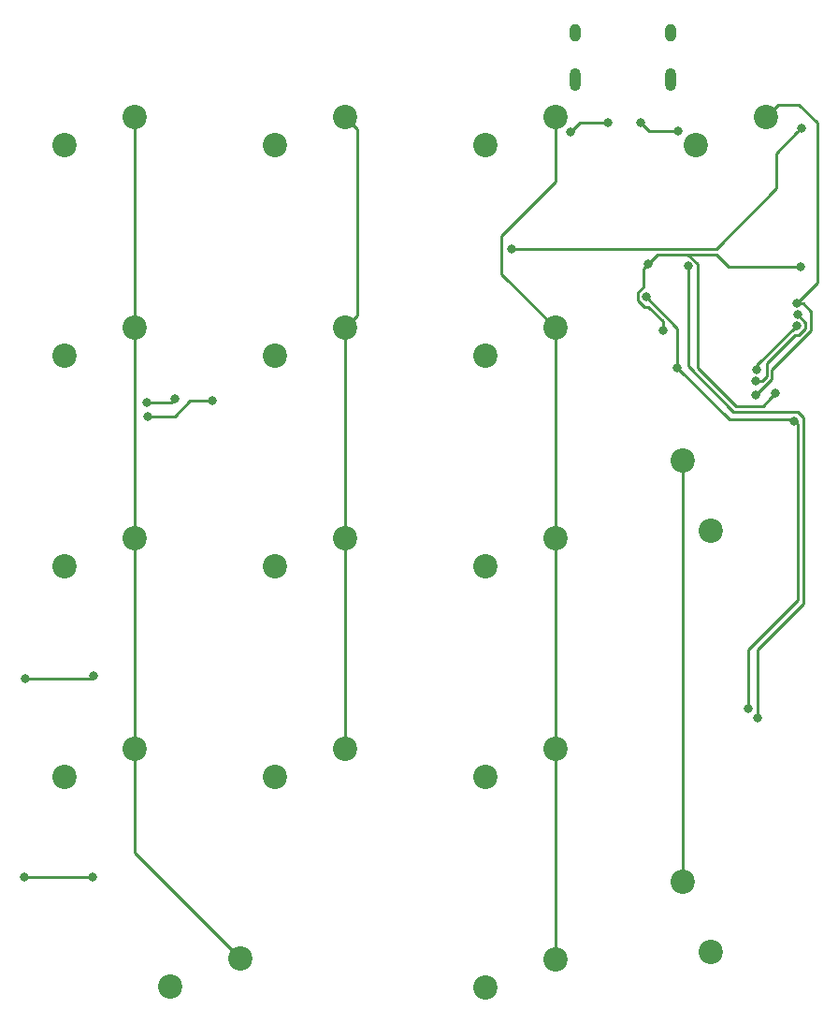
<source format=gbr>
G04 #@! TF.GenerationSoftware,KiCad,Pcbnew,(5.0.1)-3*
G04 #@! TF.CreationDate,2019-05-09T01:11:10-04:00*
G04 #@! TF.ProjectId,mulletpad-pcb,6D756C6C65747061642D7063622E6B69,rev?*
G04 #@! TF.SameCoordinates,Original*
G04 #@! TF.FileFunction,Copper,L1,Top,Signal*
G04 #@! TF.FilePolarity,Positive*
%FSLAX46Y46*%
G04 Gerber Fmt 4.6, Leading zero omitted, Abs format (unit mm)*
G04 Created by KiCad (PCBNEW (5.0.1)-3) date 5/9/2019 1:11:10 AM*
%MOMM*%
%LPD*%
G01*
G04 APERTURE LIST*
G04 #@! TA.AperFunction,ComponentPad*
%ADD10C,2.200000*%
G04 #@! TD*
G04 #@! TA.AperFunction,ComponentPad*
%ADD11O,1.000000X1.600000*%
G04 #@! TD*
G04 #@! TA.AperFunction,ComponentPad*
%ADD12O,1.000000X2.100000*%
G04 #@! TD*
G04 #@! TA.AperFunction,ViaPad*
%ADD13C,0.800000*%
G04 #@! TD*
G04 #@! TA.AperFunction,Conductor*
%ADD14C,0.250000*%
G04 #@! TD*
G04 APERTURE END LIST*
D10*
G04 #@! TO.P,SW14,2*
G04 #@! TO.N,Net-(D17-Pad2)*
X169926000Y-122682000D03*
G04 #@! TO.P,SW14,1*
G04 #@! TO.N,col3*
X167386000Y-116332000D03*
G04 #@! TD*
G04 #@! TO.P,SW7,2*
G04 #@! TO.N,Net-(D16-Pad2)*
X169926000Y-84582000D03*
G04 #@! TO.P,SW7,1*
G04 #@! TO.N,col3*
X167386000Y-78232000D03*
G04 #@! TD*
G04 #@! TO.P,SW3,2*
G04 #@! TO.N,Net-(D15-Pad2)*
X168529000Y-49657000D03*
G04 #@! TO.P,SW3,1*
G04 #@! TO.N,col3*
X174879000Y-47117000D03*
G04 #@! TD*
G04 #@! TO.P,SW12,1*
G04 #@! TO.N,col1*
X136779000Y-104267000D03*
G04 #@! TO.P,SW12,2*
G04 #@! TO.N,Net-(D9-Pad2)*
X130429000Y-106807000D03*
G04 #@! TD*
G04 #@! TO.P,SW0,2*
G04 #@! TO.N,Net-(D1-Pad2)*
X111379000Y-49657000D03*
G04 #@! TO.P,SW0,1*
G04 #@! TO.N,col0*
X117729000Y-47117000D03*
G04 #@! TD*
G04 #@! TO.P,SW1,2*
G04 #@! TO.N,Net-(D6-Pad2)*
X130429000Y-49657000D03*
G04 #@! TO.P,SW1,1*
G04 #@! TO.N,col1*
X136779000Y-47117000D03*
G04 #@! TD*
G04 #@! TO.P,SW2,2*
G04 #@! TO.N,Net-(D10-Pad2)*
X149479000Y-49657000D03*
G04 #@! TO.P,SW2,1*
G04 #@! TO.N,col2*
X155829000Y-47117000D03*
G04 #@! TD*
G04 #@! TO.P,SW4,1*
G04 #@! TO.N,col0*
X117729000Y-66167000D03*
G04 #@! TO.P,SW4,2*
G04 #@! TO.N,Net-(D2-Pad2)*
X111379000Y-68707000D03*
G04 #@! TD*
G04 #@! TO.P,SW5,2*
G04 #@! TO.N,Net-(D7-Pad2)*
X130429000Y-68707000D03*
G04 #@! TO.P,SW5,1*
G04 #@! TO.N,col1*
X136779000Y-66167000D03*
G04 #@! TD*
G04 #@! TO.P,SW6,1*
G04 #@! TO.N,col2*
X155829000Y-66167000D03*
G04 #@! TO.P,SW6,2*
G04 #@! TO.N,Net-(D11-Pad2)*
X149479000Y-68707000D03*
G04 #@! TD*
G04 #@! TO.P,SW8,1*
G04 #@! TO.N,col0*
X117729000Y-85217000D03*
G04 #@! TO.P,SW8,2*
G04 #@! TO.N,Net-(D3-Pad2)*
X111379000Y-87757000D03*
G04 #@! TD*
G04 #@! TO.P,SW9,2*
G04 #@! TO.N,Net-(D8-Pad2)*
X130429000Y-87757000D03*
G04 #@! TO.P,SW9,1*
G04 #@! TO.N,col1*
X136779000Y-85217000D03*
G04 #@! TD*
G04 #@! TO.P,SW10,1*
G04 #@! TO.N,col2*
X155829000Y-85217000D03*
G04 #@! TO.P,SW10,2*
G04 #@! TO.N,Net-(D12-Pad2)*
X149479000Y-87757000D03*
G04 #@! TD*
G04 #@! TO.P,SW11,2*
G04 #@! TO.N,Net-(D4-Pad2)*
X111379000Y-106807000D03*
G04 #@! TO.P,SW11,1*
G04 #@! TO.N,col0*
X117729000Y-104267000D03*
G04 #@! TD*
G04 #@! TO.P,SW13,1*
G04 #@! TO.N,col2*
X155829000Y-104267000D03*
G04 #@! TO.P,SW13,2*
G04 #@! TO.N,Net-(D13-Pad2)*
X149479000Y-106807000D03*
G04 #@! TD*
G04 #@! TO.P,SW16,1*
G04 #@! TO.N,col2*
X155829000Y-123317000D03*
G04 #@! TO.P,SW16,2*
G04 #@! TO.N,Net-(D14-Pad2)*
X149479000Y-125857000D03*
G04 #@! TD*
D11*
G04 #@! TO.P,USB1,13*
G04 #@! TO.N,GND*
X166251549Y-39531319D03*
X157611549Y-39531319D03*
D12*
X166251549Y-43711319D03*
X157611549Y-43711319D03*
G04 #@! TD*
D10*
G04 #@! TO.P,SW15,1*
G04 #@! TO.N,col0*
X127306000Y-123242000D03*
G04 #@! TO.P,SW15,2*
G04 #@! TO.N,Net-(D5-Pad2)*
X120956000Y-125782000D03*
G04 #@! TD*
D13*
G04 #@! TO.N,GND*
X164054601Y-63397568D03*
X166884174Y-69778810D03*
X177478833Y-74645046D03*
X173331886Y-100629081D03*
G04 #@! TO.N,row0*
X151862249Y-59054625D03*
X178128939Y-48111367D03*
G04 #@! TO.N,row1*
X118844152Y-72965270D03*
X121416309Y-72597819D03*
G04 #@! TO.N,Net-(D2-Pad2)*
X124775861Y-72755298D03*
X118896645Y-74172609D03*
G04 #@! TO.N,row2*
X107820622Y-97951938D03*
X114067289Y-97689473D03*
G04 #@! TO.N,row3*
X107768129Y-115904544D03*
X113909810Y-115852051D03*
G04 #@! TO.N,Net-(R3-Pad1)*
X174119281Y-101468969D03*
X167836858Y-60569118D03*
G04 #@! TO.N,col1*
X177688805Y-65983701D03*
X174081470Y-69982472D03*
G04 #@! TO.N,col2*
X177751184Y-64985636D03*
X173968277Y-70976057D03*
G04 #@! TO.N,col3*
X177681398Y-63988062D03*
X174011572Y-72274584D03*
G04 #@! TO.N,Net-(R1-Pad2)*
X157216535Y-48503532D03*
X160608877Y-47663644D03*
G04 #@! TO.N,Net-(R2-Pad2)*
X163568188Y-47663644D03*
X166980233Y-48398546D03*
G04 #@! TO.N,+5V*
X164198104Y-60419443D03*
X165562922Y-66456138D03*
X178003763Y-60629415D03*
X175760540Y-72135380D03*
G04 #@! TD*
D14*
G04 #@! TO.N,GND*
X164054601Y-63397568D02*
X166884174Y-66227141D01*
X166884174Y-66227141D02*
X166884174Y-69213125D01*
X166884174Y-69213125D02*
X166884174Y-69778810D01*
X173331886Y-95274795D02*
X173331886Y-100629081D01*
X177793791Y-90812890D02*
X173331886Y-95274795D01*
X177793791Y-74907511D02*
X177793791Y-90812890D01*
X177478833Y-74645046D02*
X177531326Y-74645046D01*
X177531326Y-74645046D02*
X177793791Y-74907511D01*
X177321354Y-74487567D02*
X177478833Y-74645046D01*
X166884174Y-69778810D02*
X171592931Y-74487567D01*
X171592931Y-74487567D02*
X177321354Y-74487567D01*
G04 #@! TO.N,row0*
X177728940Y-48511366D02*
X178128939Y-48111367D01*
X175851550Y-50388756D02*
X177728940Y-48511366D01*
X175851550Y-53595353D02*
X175851550Y-50388756D01*
X170392278Y-59054625D02*
X175851550Y-53595353D01*
X151862249Y-59054625D02*
X170392278Y-59054625D01*
G04 #@! TO.N,row1*
X118844152Y-72965270D02*
X121048858Y-72965270D01*
X121048858Y-72965270D02*
X121416309Y-72597819D01*
G04 #@! TO.N,Net-(D2-Pad2)*
X124775861Y-72755298D02*
X122781127Y-72755298D01*
X122781127Y-72755298D02*
X121363816Y-74172609D01*
X121363816Y-74172609D02*
X118896645Y-74172609D01*
G04 #@! TO.N,row2*
X107820622Y-97951938D02*
X113804824Y-97951938D01*
X113804824Y-97951938D02*
X114067289Y-97689473D01*
G04 #@! TO.N,row3*
X107768129Y-115904544D02*
X113857317Y-115904544D01*
X113857317Y-115904544D02*
X113909810Y-115852051D01*
G04 #@! TO.N,Net-(R3-Pad1)*
X177793791Y-73805158D02*
X171967068Y-73805158D01*
X167836858Y-69674948D02*
X167836858Y-61134803D01*
X171967068Y-73805158D02*
X167836858Y-69674948D01*
X167836858Y-61134803D02*
X167836858Y-60569118D01*
X178266228Y-74277595D02*
X177793791Y-73805158D01*
X178266228Y-91133770D02*
X178266228Y-74277595D01*
X174119281Y-95280717D02*
X178266228Y-91133770D01*
X174119281Y-101468969D02*
X174119281Y-95280717D01*
G04 #@! TO.N,col0*
X117729000Y-48672634D02*
X117729000Y-66167000D01*
X117729000Y-47117000D02*
X117729000Y-48672634D01*
X117729000Y-67722634D02*
X117729000Y-85217000D01*
X117729000Y-66167000D02*
X117729000Y-67722634D01*
X117729000Y-85217000D02*
X117729000Y-104267000D01*
X117729000Y-113665000D02*
X127306000Y-123242000D01*
X117729000Y-104267000D02*
X117729000Y-113665000D01*
G04 #@! TO.N,col1*
X137878999Y-65067001D02*
X136779000Y-66167000D01*
X137878999Y-48216999D02*
X137878999Y-65067001D01*
X136779000Y-47117000D02*
X137878999Y-48216999D01*
X136779000Y-67722634D02*
X136779000Y-85217000D01*
X136779000Y-66167000D02*
X136779000Y-67722634D01*
X136779000Y-85217000D02*
X136779000Y-104267000D01*
X177688805Y-65983701D02*
X174081470Y-69591036D01*
X174081470Y-69591036D02*
X174081470Y-69982472D01*
G04 #@! TO.N,col2*
X155829000Y-47117000D02*
X155829000Y-52988154D01*
X155829000Y-52988154D02*
X150969868Y-57847286D01*
X150969868Y-61307868D02*
X155829000Y-66167000D01*
X150969868Y-57847286D02*
X150969868Y-61307868D01*
X155829000Y-67722634D02*
X155829000Y-85217000D01*
X155829000Y-66167000D02*
X155829000Y-67722634D01*
X155829000Y-85217000D02*
X155829000Y-104267000D01*
X155829000Y-105822634D02*
X155829000Y-123317000D01*
X155829000Y-104267000D02*
X155829000Y-105822634D01*
X177898777Y-66823589D02*
X177531326Y-66823589D01*
X177531326Y-66823589D02*
X174959169Y-69395746D01*
X174959169Y-69395746D02*
X174959169Y-70550850D01*
X174533962Y-70976057D02*
X173968277Y-70976057D01*
X174959169Y-70550850D02*
X174533962Y-70976057D01*
X178476200Y-66246166D02*
X177898777Y-66823589D01*
X178476200Y-65710652D02*
X178476200Y-66246166D01*
X177751184Y-64985636D02*
X178476200Y-65710652D01*
G04 #@! TO.N,col3*
X175978999Y-46017001D02*
X177879417Y-46017001D01*
X174879000Y-47117000D02*
X175978999Y-46017001D01*
X177879417Y-46017001D02*
X179526060Y-47663644D01*
X179526060Y-62143400D02*
X177681398Y-63988062D01*
X179526060Y-47663644D02*
X179526060Y-62143400D01*
X167386000Y-78232000D02*
X167386000Y-116332000D01*
X175431606Y-70854550D02*
X174411571Y-71874585D01*
X178247083Y-63988062D02*
X178948637Y-64689616D01*
X178948637Y-64689616D02*
X178948637Y-66456138D01*
X175431606Y-69973169D02*
X175431606Y-70854550D01*
X178948637Y-66456138D02*
X175431606Y-69973169D01*
X174411571Y-71874585D02*
X174011572Y-72274584D01*
X177681398Y-63988062D02*
X178247083Y-63988062D01*
G04 #@! TO.N,Net-(R1-Pad2)*
X160043192Y-47663644D02*
X160608877Y-47663644D01*
X158056423Y-47663644D02*
X160043192Y-47663644D01*
X157216535Y-48503532D02*
X158056423Y-47663644D01*
G04 #@! TO.N,Net-(R2-Pad2)*
X163568188Y-47663644D02*
X164303090Y-48398546D01*
X164303090Y-48398546D02*
X166980233Y-48398546D01*
G04 #@! TO.N,+5V*
X163798105Y-60819442D02*
X163798105Y-62499218D01*
X164198104Y-60419443D02*
X163798105Y-60819442D01*
X163798105Y-62499218D02*
X163305723Y-62991600D01*
X163305723Y-62991600D02*
X163305723Y-63674009D01*
X163305723Y-63674009D02*
X163935639Y-64303925D01*
X163935639Y-64303925D02*
X164250597Y-64303925D01*
X165562922Y-65616250D02*
X165562922Y-66456138D01*
X164250597Y-64303925D02*
X165562922Y-65616250D01*
X164198104Y-60419443D02*
X165090485Y-59527062D01*
X171494631Y-60629415D02*
X178003763Y-60629415D01*
X170392278Y-59527062D02*
X171494631Y-60629415D01*
X167820121Y-59527062D02*
X170392278Y-59527062D01*
X165090485Y-59527062D02*
X167820121Y-59527062D01*
X167820121Y-59527062D02*
X168712502Y-60419443D01*
X175360541Y-72535379D02*
X175760540Y-72135380D01*
X174615692Y-73280228D02*
X175360541Y-72535379D01*
X172177040Y-73280228D02*
X174615692Y-73280228D01*
X168712502Y-69815690D02*
X172177040Y-73280228D01*
X168712502Y-60419443D02*
X168712502Y-69815690D01*
G04 #@! TD*
M02*

</source>
